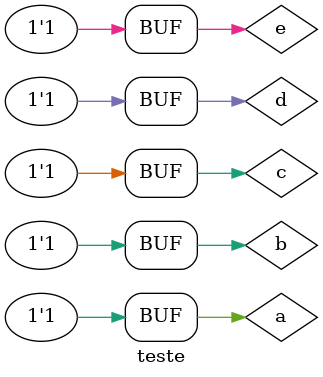
<source format=v>

module Exer3 (s0, a, b, c, d, e);

output s0;
input a, b, c, d, e;
wire s1, s2, s3, s4, s5, s6, s7, s8, s9, s10, s11, s12, sa13;

not NOT1(s1, a);
not NOT2(s2, b);
not NOT3(s3, c);
not NOT4(s4, d);
not NOT5(s5, e);

and AND1(s6, a, s2, s3, d, s5);
and AND2(s7, a, b, d, e);
and AND3(s8, s1, s3, s4);
and AND4(s9, s2, s4, e);
and AND5(s10, s2, c, s4);
and AND6(s11, c, d, e);
and AND7(s12, b, c, e);
and AND8(s13, b, c, d);

or OR1(s0, s6, s7, s8, s9, s10, s11, s12, s13);

endmodule



module teste;

reg a, b, c, d, e;
wire s1;

Exer3 circ (s0, a, b, c, d, e);


initial begin
$display("Igor Rodrigues de Oliveira - 380771");
      $display("Guia 8");
		$display("AC - 2010");
	   $monitor("%b %b %b %b %b = %b", a, b, c, d, e, s0);
		
	 a=0;b=0;c=0;d=0; e=0;	
 #1 a=0;b=0;c=0;d=0;e=1;
 #1 a=0;b=0;c=0;d=1;e=0;
 #1 a=0;b=0;c=0;d=1;e=1;
 #1 a=0;b=0;c=1;d=0;e=0;
 #1 a=0;b=0;c=1;d=0;e=1;
 #1 a=0;b=0;c=1;d=1;e=0;
 #1 a=0;b=0;c=1;d=1;e=1;
 #1 a=0;b=1;c=0;d=0;e=0;
 #1 a=0;b=1;c=0;d=0;e=1;
 #1 a=0;b=1;c=0;d=1;e=0;
 #1 a=0;b=1;c=0;d=1;e=1;
 #1 a=0;b=1;c=1;d=0;e=0;
 #1 a=0;b=1;c=1;d=0;e=1;
 #1 a=0;b=1;c=1;d=1;e=0;
 #1 a=0;b=1;c=1;d=1;e=1;
 #1 a=1;b=0;c=0;d=0;e=0;
 #1 a=1;b=0;c=0;d=0;e=1;
 #1 a=1;b=0;c=0;d=1;e=0;
 #1 a=1;b=0;c=0;d=1;e=1;
 #1 a=1;b=0;c=1;d=0;e=0;
 #1 a=1;b=0;c=1;d=0;e=1;
 #1 a=1;b=0;c=1;d=1;e=0;
 #1 a=1;b=0;c=1;d=1;e=1;
 #1 a=1;b=1;c=0;d=0;e=0;
 #1 a=1;b=1;c=0;d=0;e=1;
 #1 a=1;b=1;c=0;d=1;e=0;
 #1 a=1;b=1;c=0;d=1;e=1;
 #1 a=1;b=1;c=1;d=0;e=0;
 #1 a=1;b=1;c=1;d=0;e=1;
 #1 a=1;b=1;c=1;d=1;e=0;
 #1 a=1;b=1;c=1;d=1;e=1;

end

endmodule
</source>
